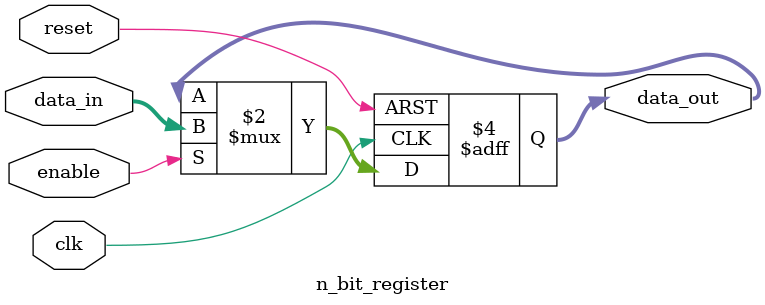
<source format=sv>
module n_bit_register #(
    parameter N = 8 // Width of the register, default is 8-bit
)(
    input wire clk,              // Clock signal
    input wire reset,            // Asynchronous reset signal
    input wire enable,           // Enable signal for loading data
    input wire [N-1:0] data_in,  // Data input
    output reg [N-1:0] data_out  // Data output
);

always @(posedge clk or posedge reset) begin
    if (reset) begin
        data_out <= 0;          // Reset the output to 0
    end else if (enable) begin
        data_out <= data_in;     // Load the input data when enabled
    end
    // If enable is low, keep the current value of data_out
end

endmodule

</source>
